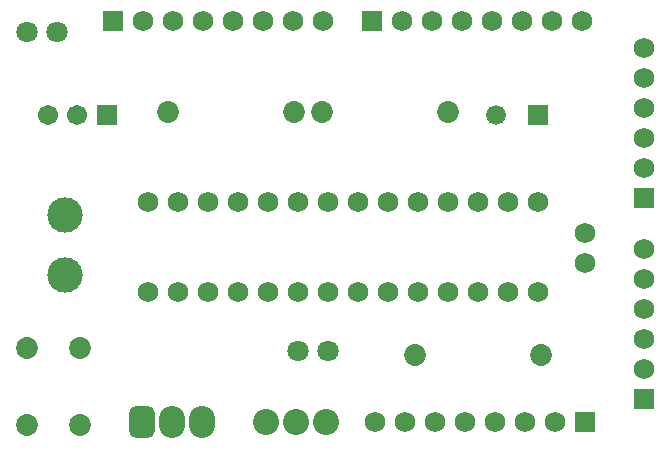
<source format=gbs>
G04 Layer_Color=8150272*
%FSLAX43Y43*%
%MOMM*%
G71*
G01*
G75*
%ADD36C,2.203*%
%ADD37R,1.753X1.753*%
%ADD38C,1.753*%
%ADD39R,1.727X1.727*%
%ADD40C,1.727*%
%ADD41R,1.753X1.753*%
%ADD42C,1.676*%
%ADD43R,1.676X1.676*%
%ADD46C,1.803*%
%ADD47C,3.003*%
%ADD48C,1.853*%
%ADD49O,2.203X2.703*%
G04:AMPARAMS|DCode=50|XSize=2.203mm|YSize=2.703mm|CornerRadius=0.602mm|HoleSize=0mm|Usage=FLASHONLY|Rotation=0.000|XOffset=0mm|YOffset=0mm|HoleType=Round|Shape=RoundedRectangle|*
%AMROUNDEDRECTD50*
21,1,2.203,1.500,0,0,0.0*
21,1,1.000,2.703,0,0,0.0*
1,1,1.203,0.500,-0.750*
1,1,1.203,-0.500,-0.750*
1,1,1.203,-0.500,0.750*
1,1,1.203,0.500,0.750*
%
%ADD50ROUNDEDRECTD50*%
%ADD51C,1.854*%
%ADD52R,1.703X1.703*%
%ADD53C,1.703*%
D36*
X25000Y3000D02*
D03*
X27540D02*
D03*
X30080D02*
D03*
D37*
X57000Y5000D02*
D03*
D38*
Y7540D02*
D03*
Y10080D02*
D03*
Y12620D02*
D03*
Y15160D02*
D03*
Y17700D02*
D03*
X39300Y3000D02*
D03*
X41840D02*
D03*
X44380D02*
D03*
X46920D02*
D03*
X49460D02*
D03*
X36760D02*
D03*
X34220D02*
D03*
X24700Y37000D02*
D03*
X22160D02*
D03*
X19620D02*
D03*
X17080D02*
D03*
X14540D02*
D03*
X27240D02*
D03*
X29780D02*
D03*
X46700D02*
D03*
X44160D02*
D03*
X41620D02*
D03*
X39080D02*
D03*
X36540D02*
D03*
X49240D02*
D03*
X51780D02*
D03*
D39*
X57000Y22000D02*
D03*
D40*
Y24540D02*
D03*
Y27080D02*
D03*
Y29620D02*
D03*
Y32160D02*
D03*
Y34700D02*
D03*
X52000Y19000D02*
D03*
Y16460D02*
D03*
X15000Y14000D02*
D03*
X17540D02*
D03*
X20080D02*
D03*
X22620D02*
D03*
X25160D02*
D03*
X27700D02*
D03*
X30240D02*
D03*
X32780D02*
D03*
X35320D02*
D03*
X37860D02*
D03*
X40400D02*
D03*
X42940D02*
D03*
X45480D02*
D03*
X48020D02*
D03*
X15000Y21620D02*
D03*
X17540D02*
D03*
X20080D02*
D03*
X22620D02*
D03*
X25160D02*
D03*
X27700D02*
D03*
X30240D02*
D03*
X32780D02*
D03*
X35320D02*
D03*
X37860D02*
D03*
X40400D02*
D03*
X42940D02*
D03*
X45480D02*
D03*
X48020D02*
D03*
D41*
X52000Y3000D02*
D03*
X12000Y37000D02*
D03*
X34000D02*
D03*
D42*
X44500Y29000D02*
D03*
D43*
X48000D02*
D03*
D46*
X30270Y9000D02*
D03*
X27730D02*
D03*
X7270Y36000D02*
D03*
X4730D02*
D03*
D47*
X8000Y20540D02*
D03*
Y15460D02*
D03*
D48*
X27374Y29282D02*
D03*
X16706D02*
D03*
X40374D02*
D03*
X29706D02*
D03*
X37626Y8718D02*
D03*
X48294D02*
D03*
D49*
X19540Y3000D02*
D03*
X17000D02*
D03*
D50*
X14460D02*
D03*
D51*
X9250Y2750D02*
D03*
Y9250D02*
D03*
X4750Y2750D02*
D03*
Y9250D02*
D03*
D52*
X11500Y29000D02*
D03*
D53*
X9000D02*
D03*
X6500D02*
D03*
M02*

</source>
